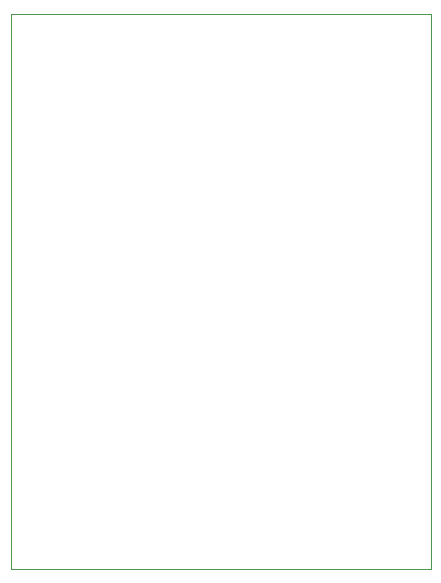
<source format=gm1>
G04 #@! TF.GenerationSoftware,KiCad,Pcbnew,(5.1.8)-1*
G04 #@! TF.CreationDate,2023-07-01T22:25:39+09:00*
G04 #@! TF.ProjectId,TRRS,54525253-2e6b-4696-9361-645f70636258,rev?*
G04 #@! TF.SameCoordinates,PX9157080PY791ddc0*
G04 #@! TF.FileFunction,Profile,NP*
%FSLAX46Y46*%
G04 Gerber Fmt 4.6, Leading zero omitted, Abs format (unit mm)*
G04 Created by KiCad (PCBNEW (5.1.8)-1) date 2023-07-01 22:25:39*
%MOMM*%
%LPD*%
G01*
G04 APERTURE LIST*
G04 #@! TA.AperFunction,Profile*
%ADD10C,0.050000*%
G04 #@! TD*
G04 APERTURE END LIST*
D10*
X0Y46990000D02*
X35560000Y46990000D01*
X35560000Y0D02*
X0Y0D01*
X0Y46990000D02*
X0Y0D01*
X35560000Y0D02*
X35560000Y46990000D01*
M02*

</source>
